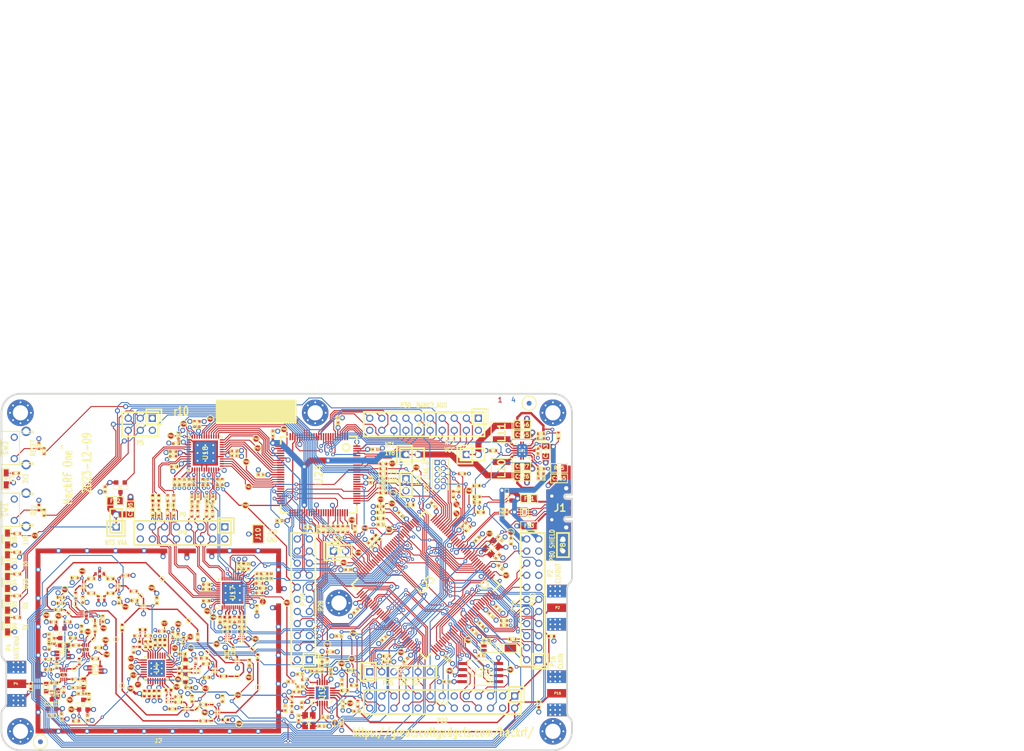
<source format=kicad_pcb>
(kicad_pcb (version 20211014) (generator pcbnew)

  (general
    (thickness 1.6116)
  )

  (paper "USLegal")
  (title_block
    (title "${TITLE}")
    (date "${DATE}")
    (rev "${VERSION}")
    (company "${COPYRIGHT}")
    (comment 1 "${LICENSE}")
  )

  (layers
    (0 "F.Cu" signal "C1F")
    (1 "In1.Cu" signal "C2")
    (2 "In2.Cu" signal "C3")
    (31 "B.Cu" signal "C4B")
    (32 "B.Adhes" user "B.Adhesive")
    (33 "F.Adhes" user "F.Adhesive")
    (34 "B.Paste" user)
    (35 "F.Paste" user)
    (36 "B.SilkS" user "B.Silkscreen")
    (37 "F.SilkS" user "F.Silkscreen")
    (38 "B.Mask" user)
    (39 "F.Mask" user)
    (41 "Cmts.User" user "User.Comments")
    (44 "Edge.Cuts" user)
    (45 "Margin" user)
    (46 "B.CrtYd" user "B.Courtyard")
    (47 "F.CrtYd" user "F.Courtyard")
    (49 "F.Fab" user)
  )

  (setup
    (stackup
      (layer "F.SilkS" (type "Top Silk Screen") (color "White"))
      (layer "F.Paste" (type "Top Solder Paste"))
      (layer "F.Mask" (type "Top Solder Mask") (color "Green") (thickness 0.0127) (material "LPI") (epsilon_r 3.8) (loss_tangent 0))
      (layer "F.Cu" (type "copper") (thickness 0.035))
      (layer "dielectric 1" (type "prepreg") (thickness 0.2104) (material "7628") (epsilon_r 4.6) (loss_tangent 0))
      (layer "In1.Cu" (type "copper") (thickness 0.0152))
      (layer "dielectric 2" (type "core") (thickness 1.065) (material "7628") (epsilon_r 4.6) (loss_tangent 0))
      (layer "In2.Cu" (type "copper") (thickness 0.0152))
      (layer "dielectric 3" (type "prepreg") (thickness 0.2104) (material "7628") (epsilon_r 4.6) (loss_tangent 0))
      (layer "B.Cu" (type "copper") (thickness 0.035))
      (layer "B.Mask" (type "Bottom Solder Mask") (color "Green") (thickness 0.0127) (material "LPI") (epsilon_r 3.8) (loss_tangent 0))
      (layer "B.Paste" (type "Bottom Solder Paste"))
      (layer "B.SilkS" (type "Bottom Silk Screen") (color "White"))
      (copper_finish "ENIG")
      (dielectric_constraints yes)
    )
    (pad_to_mask_clearance 0.05)
    (pad_to_paste_clearance_ratio -0.12)
    (pcbplotparams
      (layerselection 0x00010e8_ffffffff)
      (disableapertmacros false)
      (usegerberextensions true)
      (usegerberattributes false)
      (usegerberadvancedattributes true)
      (creategerberjobfile false)
      (svguseinch false)
      (svgprecision 6)
      (excludeedgelayer true)
      (plotframeref false)
      (viasonmask false)
      (mode 1)
      (useauxorigin false)
      (hpglpennumber 1)
      (hpglpenspeed 20)
      (hpglpendiameter 15.000000)
      (dxfpolygonmode true)
      (dxfimperialunits true)
      (dxfusepcbnewfont true)
      (psnegative false)
      (psa4output false)
      (plotreference false)
      (plotvalue false)
      (plotinvisibletext false)
      (sketchpadsonfab false)
      (subtractmaskfromsilk false)
      (outputformat 1)
      (mirror false)
      (drillshape 0)
      (scaleselection 1)
      (outputdirectory "gerbers")
    )
  )

  (property "COPYRIGHT" "Copyright 2012-2023 Great Scott Gadgets")
  (property "DATE" "2023-12-09")
  (property "LICENSE" "Licensed under the CERN-OHL-P v2")
  (property "TITLE" "HackRF One")
  (property "VERSION" "10")

  (net 0 "")
  (net 1 "!MIX_BYPASS")
  (net 2 "!RX_AMP_PWR")
  (net 3 "!TX_AMP_PWR")
  (net 4 "!VAA_ENABLE")
  (net 5 "/baseband/CLK0")
  (net 6 "/baseband/CLK1")
  (net 7 "/baseband/CLK2")
  (net 8 "/baseband/CLK3")
  (net 9 "/baseband/CLK5")
  (net 10 "/baseband/COM")
  (net 11 "/baseband/CPOUT+")
  (net 12 "/baseband/CPOUT-")
  (net 13 "/baseband/IA+")
  (net 14 "/baseband/IA-")
  (net 15 "/baseband/ID+")
  (net 16 "/baseband/ID-")
  (net 17 "/baseband/INTR")
  (net 18 "/baseband/OEB")
  (net 19 "/baseband/QA+")
  (net 20 "/baseband/QA-")
  (net 21 "/baseband/QD+")
  (net 22 "/baseband/QD-")
  (net 23 "/baseband/REFN")
  (net 24 "/baseband/REFP")
  (net 25 "/baseband/RXBBI+")
  (net 26 "/baseband/RXBBI-")
  (net 27 "/baseband/RXBBQ+")
  (net 28 "/baseband/RXBBQ-")
  (net 29 "/baseband/TXBBI+")
  (net 30 "/baseband/TXBBI-")
  (net 31 "/baseband/TXBBQ+")
  (net 32 "/baseband/TXBBQ-")
  (net 33 "/baseband/XA")
  (net 34 "/baseband/XB")
  (net 35 "/baseband/XCVR_CLKOUT")
  (net 36 "/baseband/XTAL2")
  (net 37 "/frontend/!ANT_BIAS")
  (net 38 "/frontend/REF_IN")
  (net 39 "/frontend/RX_AMP_OUT")
  (net 40 "/frontend/TX_AMP_IN")
  (net 41 "/frontend/TX_AMP_OUT")
  (net 42 "/mcu/usb/power/ADC0_0")
  (net 43 "/mcu/usb/power/ADC0_2")
  (net 44 "/mcu/usb/power/ADC0_5")
  (net 45 "/mcu/usb/power/ADC0_6")
  (net 46 "/mcu/usb/power/B1AUX13")
  (net 47 "/mcu/usb/power/B1AUX14")
  (net 48 "/mcu/usb/power/B2AUX1")
  (net 49 "/mcu/usb/power/B2AUX10")
  (net 50 "/mcu/usb/power/B2AUX11")
  (net 51 "/mcu/usb/power/B2AUX12")
  (net 52 "/mcu/usb/power/B2AUX13")
  (net 53 "/mcu/usb/power/B2AUX14")
  (net 54 "/mcu/usb/power/B2AUX15")
  (net 55 "/mcu/usb/power/B2AUX16")
  (net 56 "/mcu/usb/power/B2AUX2")
  (net 57 "/mcu/usb/power/B2AUX3")
  (net 58 "/mcu/usb/power/B2AUX4")
  (net 59 "/mcu/usb/power/B2AUX5")
  (net 60 "/mcu/usb/power/B2AUX6")
  (net 61 "/mcu/usb/power/B2AUX7")
  (net 62 "/mcu/usb/power/B2AUX8")
  (net 63 "/mcu/usb/power/B2AUX9")
  (net 64 "/mcu/usb/power/BANK2F3M1")
  (net 65 "/mcu/usb/power/BANK2F3M10")
  (net 66 "/mcu/usb/power/BANK2F3M11")
  (net 67 "/mcu/usb/power/BANK2F3M12")
  (net 68 "/mcu/usb/power/BANK2F3M14")
  (net 69 "/mcu/usb/power/BANK2F3M15")
  (net 70 "/mcu/usb/power/BANK2F3M16")
  (net 71 "/mcu/usb/power/BANK2F3M2")
  (net 72 "/mcu/usb/power/BANK2F3M3")
  (net 73 "/mcu/usb/power/BANK2F3M4")
  (net 74 "/mcu/usb/power/BANK2F3M5")
  (net 75 "/mcu/usb/power/BANK2F3M6")
  (net 76 "/mcu/usb/power/BANK2F3M7")
  (net 77 "/mcu/usb/power/BANK2F3M8")
  (net 78 "/mcu/usb/power/BANK2F3M9")
  (net 79 "/mcu/usb/power/CPLD_TCK")
  (net 80 "/mcu/usb/power/CPLD_TDI")
  (net 81 "/mcu/usb/power/CPLD_TDO")
  (net 82 "/mcu/usb/power/CPLD_TMS")
  (net 83 "/mcu/usb/power/DBGEN")
  (net 84 "/mcu/usb/power/DM")
  (net 85 "/mcu/usb/power/DP")
  (net 86 "/mcu/usb/power/EN1V8")
  (net 87 "/mcu/usb/power/GCK0")
  (net 88 "/mcu/usb/power/GPIO3_10")
  (net 89 "/mcu/usb/power/GPIO3_11")
  (net 90 "/mcu/usb/power/GPIO3_12")
  (net 91 "/mcu/usb/power/GPIO3_13")
  (net 92 "/mcu/usb/power/GPIO3_14")
  (net 93 "/mcu/usb/power/GPIO3_15")
  (net 94 "/mcu/usb/power/GPIO3_8")
  (net 95 "/mcu/usb/power/GPIO3_9")
  (net 96 "/mcu/usb/power/GP_CLKIN")
  (net 97 "/mcu/usb/power/I2C1_SCL")
  (net 98 "/mcu/usb/power/I2C1_SDA")
  (net 99 "/mcu/usb/power/I2S0_RX_MCLK")
  (net 100 "/mcu/usb/power/I2S0_RX_SCK")
  (net 101 "/mcu/usb/power/I2S0_RX_SDA")
  (net 102 "/mcu/usb/power/I2S0_RX_WS")
  (net 103 "/mcu/usb/power/I2S0_TX_MCLK")
  (net 104 "/mcu/usb/power/I2S0_TX_SCK")
  (net 105 "/mcu/usb/power/ISP")
  (net 106 "/mcu/usb/power/LED1")
  (net 107 "/mcu/usb/power/LED2")
  (net 108 "/mcu/usb/power/LED3")
  (net 109 "/mcu/usb/power/P1_1")
  (net 110 "/mcu/usb/power/P1_2")
  (net 111 "/mcu/usb/power/P2_13")
  (net 112 "/mcu/usb/power/P2_8")
  (net 113 "/mcu/usb/power/P2_9")
  (net 114 "/mcu/usb/power/REG_OUT1")
  (net 115 "/mcu/usb/power/REG_OUT2")
  (net 116 "/mcu/usb/power/RESET")
  (net 117 "/mcu/usb/power/RREF")
  (net 118 "/mcu/usb/power/RTCX1")
  (net 119 "/mcu/usb/power/RTCX2")
  (net 120 "/mcu/usb/power/RTC_ALARM")
  (net 121 "/mcu/usb/power/SD_CD")
  (net 122 "/mcu/usb/power/SD_CLK")
  (net 123 "/mcu/usb/power/SD_CMD")
  (net 124 "/mcu/usb/power/SD_DAT0")
  (net 125 "/mcu/usb/power/SD_DAT1")
  (net 126 "/mcu/usb/power/SD_DAT2")
  (net 127 "/mcu/usb/power/SD_DAT3")
  (net 128 "/mcu/usb/power/SD_POW")
  (net 129 "/mcu/usb/power/SD_VOLT0")
  (net 130 "/mcu/usb/power/SGPIO0")
  (net 131 "/mcu/usb/power/SGPIO1")
  (net 132 "/mcu/usb/power/SGPIO10")
  (net 133 "/mcu/usb/power/SGPIO11")
  (net 134 "/mcu/usb/power/SGPIO12")
  (net 135 "/mcu/usb/power/SGPIO13")
  (net 136 "/mcu/usb/power/SGPIO14")
  (net 137 "/mcu/usb/power/SGPIO15")
  (net 138 "/mcu/usb/power/SGPIO2")
  (net 139 "/mcu/usb/power/SGPIO3")
  (net 140 "/mcu/usb/power/SGPIO4")
  (net 141 "/mcu/usb/power/SGPIO5")
  (net 142 "/mcu/usb/power/SGPIO6")
  (net 143 "/mcu/usb/power/SGPIO7")
  (net 144 "/mcu/usb/power/SGPIO9")
  (net 145 "/mcu/usb/power/SPIFI_CS")
  (net 146 "/mcu/usb/power/SPIFI_CIPO")
  (net 147 "/mcu/usb/power/SPIFI_COPI")
  (net 148 "/mcu/usb/power/SPIFI_SCK")
  (net 149 "/mcu/usb/power/SPIFI_SIO2")
  (net 150 "/mcu/usb/power/SPIFI_SIO3")
  (net 151 "/mcu/usb/power/TCK")
  (net 152 "/mcu/usb/power/TDI")
  (net 153 "/mcu/usb/power/TDO")
  (net 154 "/mcu/usb/power/TMS")
  (net 155 "/mcu/usb/power/U0_RXD")
  (net 156 "/mcu/usb/power/U0_TXD")
  (net 157 "/mcu/usb/power/USB_SHIELD")
  (net 158 "/mcu/usb/power/VBAT")
  (net 159 "/mcu/usb/power/VBUS")
  (net 160 "/mcu/usb/power/VBUSCTRL")
  (net 161 "/mcu/usb/power/VIN")
  (net 162 "/mcu/usb/power/VREGMODE")
  (net 163 "/mcu/usb/power/WAKEUP")
  (net 164 "/mcu/usb/power/XTAL1")
  (net 165 "/mcu/usb/power/XTAL2")
  (net 166 "AMP_BYPASS")
  (net 167 "CLK6")
  (net 168 "CLKIN")
  (net 169 "CLKOUT")
  (net 170 "CS_AD")
  (net 171 "CS_XCVR")
  (net 172 "DA0")
  (net 173 "DA1")
  (net 174 "DA2")
  (net 175 "DA3")
  (net 176 "DA4")
  (net 177 "DA5")
  (net 178 "DA6")
  (net 179 "DA7")
  (net 180 "DD0")
  (net 181 "DD1")
  (net 182 "DD2")
  (net 183 "DD3")
  (net 184 "DD4")
  (net 185 "DD5")
  (net 186 "DD6")
  (net 187 "DD7")
  (net 188 "DD8")
  (net 189 "DD9")
  (net 190 "GCK1")
  (net 191 "GCK2")
  (net 192 "GND")
  (net 193 "HP")
  (net 194 "LP")
  (net 195 "MCU_CLK")
  (net 196 "MIXER_ENX")
  (net 197 "MIXER_RESETX")
  (net 198 "MIXER_SCLK")
  (net 199 "MIXER_SDATA")
  (net 200 "MIX_BYPASS")
  (net 201 "MIX_CLK")
  (net 202 "RSSI")
  (net 203 "RX")
  (net 204 "RXENABLE")
  (net 205 "RX_AMP")
  (net 206 "RX_IF")
  (net 207 "RX_MIX_BP")
  (net 208 "SCL")
  (net 209 "SDA")
  (net 210 "SGPIO_CLK")
  (net 211 "SSP1_CIPO")
  (net 212 "SSP1_COPI")
  (net 213 "SSP1_SCK")
  (net 214 "TXENABLE")
  (net 215 "TX_AMP")
  (net 216 "TX_IF")
  (net 217 "TX_MIX_BP")
  (net 218 "VAA")
  (net 219 "VCC")
  (net 220 "XCVR_EN")
  (net 221 "Net-(C8-Pad2)")
  (net 222 "Net-(C9-Pad2)")
  (net 223 "Net-(C9-Pad1)")
  (net 224 "Net-(C12-Pad1)")
  (net 225 "Net-(C13-Pad1)")
  (net 226 "Net-(C14-Pad2)")
  (net 227 "Net-(C14-Pad1)")
  (net 228 "Net-(C15-Pad2)")
  (net 229 "Net-(C17-Pad2)")
  (net 230 "Net-(C17-Pad1)")
  (net 231 "Net-(C18-Pad2)")
  (net 232 "Net-(C18-Pad1)")
  (net 233 "Net-(C20-Pad2)")
  (net 234 "Net-(C20-Pad1)")
  (net 235 "Net-(C21-Pad2)")
  (net 236 "Net-(C21-Pad1)")
  (net 237 "Net-(C23-Pad2)")
  (net 238 "Net-(C23-Pad1)")
  (net 239 "Net-(C25-Pad1)")
  (net 240 "Net-(C26-Pad2)")
  (net 241 "Net-(C26-Pad1)")
  (net 242 "Net-(C27-Pad2)")
  (net 243 "Net-(C27-Pad1)")
  (net 244 "Net-(C28-Pad2)")
  (net 245 "Net-(C28-Pad1)")
  (net 246 "Net-(C31-Pad2)")
  (net 247 "Net-(C31-Pad1)")
  (net 248 "Net-(C32-Pad2)")
  (net 249 "Net-(C32-Pad1)")
  (net 250 "Net-(C43-Pad2)")
  (net 251 "Net-(C43-Pad1)")
  (net 252 "Net-(C44-Pad2)")
  (net 253 "Net-(C44-Pad1)")
  (net 254 "Net-(C46-Pad2)")
  (net 255 "Net-(C46-Pad1)")
  (net 256 "Net-(C48-Pad1)")
  (net 257 "Net-(C49-Pad2)")
  (net 258 "Net-(C50-Pad1)")
  (net 259 "Net-(C51-Pad2)")
  (net 260 "Net-(C51-Pad1)")
  (net 261 "Net-(C163-Pad2)")
  (net 262 "Net-(C58-Pad2)")
  (net 263 "Net-(C59-Pad2)")
  (net 264 "Net-(C61-Pad2)")
  (net 265 "Net-(C61-Pad1)")
  (net 266 "Net-(C62-Pad2)")
  (net 267 "Net-(C64-Pad2)")
  (net 268 "Net-(C64-Pad1)")
  (net 269 "Net-(C99-Pad2)")
  (net 270 "Net-(C99-Pad1)")
  (net 271 "Net-(C102-Pad2)")
  (net 272 "Net-(C102-Pad1)")
  (net 273 "Net-(C104-Pad2)")
  (net 274 "Net-(C104-Pad1)")
  (net 275 "Net-(C105-Pad1)")
  (net 276 "Net-(C106-Pad1)")
  (net 277 "Net-(C111-Pad2)")
  (net 278 "Net-(C111-Pad1)")
  (net 279 "Net-(C114-Pad2)")
  (net 280 "Net-(C114-Pad1)")
  (net 281 "Net-(C125-Pad2)")
  (net 282 "Net-(C160-Pad1)")
  (net 283 "Net-(D2-Pad2)")
  (net 284 "Net-(D4-Pad2)")
  (net 285 "Net-(D5-Pad2)")
  (net 286 "Net-(D6-Pad2)")
  (net 287 "Net-(D7-Pad2)")
  (net 288 "Net-(D8-Pad2)")
  (net 289 "Net-(FB1-Pad1)")
  (net 290 "Net-(FB2-Pad1)")
  (net 291 "Net-(FB3-Pad1)")
  (net 292 "Net-(J1-Pad4)")
  (net 293 "Net-(J1-Pad3)")
  (net 294 "Net-(J1-Pad2)")
  (net 295 "Net-(L1-Pad2)")
  (net 296 "Net-(L1-Pad1)")
  (net 297 "Net-(L2-Pad1)")
  (net 298 "Net-(L3-Pad1)")
  (net 299 "Net-(L10-Pad1)")
  (net 300 "Net-(L11-Pad2)")
  (net 301 "Net-(D10-Pad1)")
  (net 302 "Net-(P6-Pad1)")
  (net 303 "Net-(P7-Pad1)")
  (net 304 "Net-(P17-Pad1)")
  (net 305 "Net-(P19-Pad1)")
  (net 306 "Net-(P24-Pad1)")
  (net 307 "Net-(R4-Pad2)")
  (net 308 "Net-(R30-Pad2)")
  (net 309 "Net-(R19-Pad2)")
  (net 310 "Net-(R51-Pad1)")
  (net 311 "Net-(R52-Pad2)")
  (net 312 "Net-(R55-Pad2)")
  (net 313 "Net-(R62-Pad1)")
  (net 314 "/frontend/RX_AMP_IN")
  (net 315 "+1V8")
  (net 316 "unconnected-(P25-Pad3)")
  (net 317 "unconnected-(P26-Pad7)")
  (net 318 "unconnected-(U4-Pad1)")
  (net 319 "unconnected-(U4-Pad2)")
  (net 320 "unconnected-(U4-Pad3)")
  (net 321 "unconnected-(U4-Pad11)")
  (net 322 "unconnected-(U4-Pad13)")
  (net 323 "unconnected-(U4-Pad14)")
  (net 324 "unconnected-(U4-Pad17)")
  (net 325 "unconnected-(U4-Pad18)")
  (net 326 "unconnected-(U4-Pad20)")
  (net 327 "unconnected-(U4-Pad21)")
  (net 328 "unconnected-(U9-Pad2)")
  (net 329 "unconnected-(U12-Pad2)")
  (net 330 "unconnected-(U14-Pad2)")
  (net 331 "unconnected-(U15-Pad4)")
  (net 332 "unconnected-(U15-Pad6)")
  (net 333 "unconnected-(U17-Pad3)")
  (net 334 "unconnected-(U17-Pad6)")
  (net 335 "unconnected-(U17-Pad8)")
  (net 336 "unconnected-(U17-Pad9)")
  (net 337 "unconnected-(U17-Pad12)")
  (net 338 "unconnected-(U17-Pad14)")
  (net 339 "unconnected-(U17-Pad18)")
  (net 340 "unconnected-(U17-Pad33)")
  (net 341 "unconnected-(U17-Pad34)")
  (net 342 "unconnected-(U17-Pad40)")
  (net 343 "unconnected-(U18-Pad38)")
  (net 344 "unconnected-(U23-Pad85)")
  (net 345 "unconnected-(U23-Pad89)")
  (net 346 "unconnected-(U23-Pad90)")
  (net 347 "unconnected-(U24-Pad14)")
  (net 348 "unconnected-(U24-Pad15)")
  (net 349 "unconnected-(U24-Pad16)")
  (net 350 "unconnected-(U24-Pad20)")
  (net 351 "unconnected-(U24-Pad25)")
  (net 352 "unconnected-(U24-Pad44)")
  (net 353 "unconnected-(U24-Pad46)")
  (net 354 "unconnected-(U24-Pad49)")
  (net 355 "unconnected-(U24-Pad50)")
  (net 356 "unconnected-(U24-Pad52)")
  (net 357 "unconnected-(U24-Pad53)")
  (net 358 "unconnected-(U24-Pad54)")
  (net 359 "unconnected-(U24-Pad58)")
  (net 360 "unconnected-(U24-Pad59)")
  (net 361 "unconnected-(U24-Pad60)")
  (net 362 "unconnected-(U24-Pad63)")
  (net 363 "unconnected-(U24-Pad65)")
  (net 364 "unconnected-(U24-Pad66)")
  (net 365 "unconnected-(U24-Pad68)")
  (net 366 "unconnected-(U24-Pad73)")
  (net 367 "unconnected-(U24-Pad75)")
  (net 368 "unconnected-(U24-Pad80)")
  (net 369 "unconnected-(U24-Pad82)")
  (net 370 "unconnected-(U24-Pad85)")
  (net 371 "unconnected-(U24-Pad86)")
  (net 372 "unconnected-(U24-Pad87)")
  (net 373 "unconnected-(U24-Pad93)")
  (net 374 "unconnected-(U24-Pad95)")
  (net 375 "unconnected-(U24-Pad96)")
  (net 376 "Net-(D10-Pad2)")
  (net 377 "Net-(Q1-Pad3)")
  (net 378 "Net-(Q2-Pad3)")
  (net 379 "/mcu/usb/power/ADC0_3")

  (footprint "gsg-modules:LTST-S220" (layer "F.Cu") (at 61.27 148.838 -90))

  (footprint "gsg-modules:LTST-S220" (layer "F.Cu") (at 61.27 139.694 -90))

  (footprint "gsg-modules:LTST-S220" (layer "F.Cu") (at 61.27 130.55 -90))

  (footprint "gsg-modules:LTST-S220" (layer "F.Cu") (at 61.27 144.266 -90))

  (footprint "gsg-modules:LTST-S220" (layer "F.Cu") (at 61.27 135.122 -90))

  (footprint "GSG-TESTPOINT-30MIL-MASKONLY" (layer "F.Cu") (at 89.31402 142.49908))

  (footprint "GSG-TESTPOINT-30MIL-MASKONLY" (layer "F.Cu") (at 84.1046 151.6574))

  (footprint "GSG-TESTPOINT-30MIL-MASKONLY" (layer "F.Cu") (at 75.57516 144.21358))

  (footprint "GSG-TESTPOINT-30MIL-MASKONLY" (layer "F.Cu") (at 74.0537 146.1516))

  (footprint "GSG-TESTPOINT-30MIL-MASKONLY" (layer "F.Cu") (at 93.782 138.932))

  (footprint "GSG-TESTPOINT-30MIL-MASKONLY" (layer "F.Cu") (at 85.4 161.3602))

  (footprint "GSG-TESTPOINT-30MIL-MASKONLY" (layer "F.Cu") (at 75.33894 157.8483))

  (footprint "GSG-TESTPOINT-30MIL-MASKONLY" (layer "F.Cu") (at 79.28 151.506))

  (footprint "GSG-TESTPOINT-30MIL-MASKONLY" (layer "F.Cu") (at 113.919 161.74974))

  (footprint "GSG-TESTPOINT-30MIL-MASKONLY" (layer "F.Cu") (at 104.11206 168.79824))

  (footprint "GSG-TESTPOINT-30MIL-MASKONLY" (layer "F.Cu") (at 104.25176 165.37432))

  (footprint "GSG-TESTPOINT-30MIL-MASKONLY" (layer "F.Cu") (at 101.0158 166.26332))

  (footprint "GSG-TESTPOINT-30MIL-MASKONLY" (layer "F.Cu") (at 79.6671 147.71116))

  (footprint "GSG-TESTPOINT-30MIL-MASKONLY" (layer "F.Cu") (at 109.47654 159.42564))

  (footprint "GSG-TESTPOINT-30MIL-MASKONLY" (layer "F.Cu") (at 99.36226 147.6883))

  (footprint "GSG-TESTPOINT-30MIL-MASKONLY" (layer "F.Cu") (at 103.23068 154.2796))

  (footprint "GSG-TESTPOINT-30MIL-MASKONLY" (layer "F.Cu") (at 112.71504 153.71064))

  (footprint "gsg-modules:LTST-S220" (layer "F.Cu") (at 61 117.9 -90))

  (footprint "GSG-MARK1MM" (layer "F.Cu") (at 171 102))

  (footprint "hackrf:GSG-0402" (layer "F.Cu") (at 91.0964 163.0468 -90))

  (footprint "hackrf:GSG-0402" (layer "F.Cu") (at 90.0804 163.0468 -90))

  (footprint "hackrf:GSG-0402" (layer "F.Cu") (at 93.1284 163.0468 -90))

  (footprint "hackrf:GSG-0402" (layer "F.Cu") (at 92.1124 163.0468 -90))

  (footprint "hackrf:GSG-0402" (layer "F.Cu") (at 92.341 152.328 90))

  (footprint "hackrf:GSG-0402" (layer "F.Cu") (at 93.357 152.328 90))

  (footprint "hackrf:GSG-0402" (layer "F.Cu") (at 107.084 168.5762 180))

  (footprint "hackrf:GSG-0402" (layer "F.Cu") (at 113.919 155.448 -90))

  (footprint "hackrf:GSG-0402" (layer "F.Cu") (at 85.4 149.1682 90))

  (footprint "hackrf:GSG-0402" (layer "F.Cu") (at 87.9808 143.4816))

  (footprint "hackrf:GSG-0402" (layer "F.Cu") (at 84.7138 143.4622 90))

  (footprint "hackrf:GSG-0402" (layer "F.Cu") (at 87.7944 153.8266 -90))

  (footprint "hackrf:GSG-0402" (layer "F.Cu") (at 88.5564 150.9056 180))

  (footprint "hackrf:GSG-0402" (layer "F.Cu") (at 90.3344 152.6836 90))

  (footprint "hackrf:GSG-0402" (layer "F.Cu") (at 90.8424 150.9056))

  (footprint "hackrf:GSG-0402" (layer "F.Cu") (at 106.4998 164.1566 90))

  (footprint "hackrf:GSG-0402" (layer "F.Cu") (at 82.9358 141.9382))

  (footprint "hackrf:GSG-0402" (layer "F.Cu") (at 78.8718 141.9382))

  (footprint "hackrf:GSG-0402" (layer "F.Cu") (at 77.0938 143.3352 90))

  (footprint "hackrf:GSG-0402" (layer "F.Cu") (at 87.8078 141.5288))

  (footprint "hackrf:GSG-0402" (layer "F.Cu") (at 102.4382 165.3794 180))

  (footprint "hackrf:GSG-0402" (layer "F.Cu") (at 95.9732 166.2726))

  (footprint "hackrf:GSG-0402" (layer "F.Cu") (at 101.2698 151.1808 90))

  (footprint "hackrf:GSG-0402" (layer "F.Cu") (at 92.6798 143.4816 -90))

  (footprint "hackrf:GSG-0402" (layer "F.Cu") (at 97.1924 163.7326))

  (footprint "hackrf:GSG-0402" (layer "F.Cu") (at 78.8718 138.8902 180))

  (footprint "hackrf:GSG-0402" (layer "F.Cu") (at 82.9358 138.8902))

  (footprint "hackrf:GSG-0402" (layer "F.Cu") (at 97.1924 164.8756))

  (footprint "hackrf:GSG-0402" (layer "F.Cu") (at 75.4174 138.7124 180))

  (footprint "hackrf:GSG-0402" (layer "F.Cu") (at 86.1 138.2))

  (footprint "hackrf:GSG-0402" (layer "F.Cu") (at 75.5952 142.4462 90))

  (footprint "hackrf:GSG-0402" (layer "F.Cu") (at 102.4382 168.8084 180))

  (footprint "hackrf:GSG-0402" (layer "F.Cu") (at 100.1134 164.139 90))

  (footprint "hackrf:GSG-0402" (layer "F.Cu") (at 98.31 151.9216 90))

  (footprint "hackrf:GSG-0402" (layer "F.Cu") (at 97.167 151.1596 90))

  (footprint "hackrf:GSG-0402" (layer "F.Cu") (at 96.024 150.7786 90))

  (footprint "hackrf:GSG-0402" (layer "F.Cu") (at 93.738 149.915 180))

  (footprint "hackrf:GSG-0402" (layer "F.Cu") (at 72.4456 142.8272))

  (footprint "hackrf:GSG-0402" (layer "F.Cu") (at 81.3054 147.3454 90))

  (footprint "hackrf:GSG-0402" (layer "F.Cu") (at 72.4456 144.0718))

  (footprint "hackrf:GSG-0402" (layer "F.Cu") (at 99.326 161.8276))

  (footprint "hackrf:GSG-0402" (layer "F.Cu") (at 98.056 154.7156 180))

  (footprint "hackrf:GSG-0402" (layer "F.Cu") (at 72.009 145.415 180))

  (footprint "hackrf:GSG-0402" (layer "F.Cu") (at 79.6798 149.4282 90))

  (footprint "hackrf:GSG-0402" (layer "F.Cu") (at 102.5906 155.6512))

  (footprint "hackrf:GSG-0402" (layer "F.Cu") (at 103.0478 156.7942 180))

  (footprint "hackrf:GSG-0402" (layer "F.Cu") (at 112.1664 156.5656 90))

  (footprint "hackrf:GSG-0402" (layer "F.Cu") (at 108.7374 154.0002 90))

  (footprint "hackrf:GSG-0402" (layer "F.Cu") (at 100.85 156.2396 -90))

  (footprint "hackrf:GSG-0402" (layer "F.Cu") (at 75.678 152.92))

  (footprint "hackrf:GSG-0402" (layer "F.Cu") (at 106.7414 159.434 180))

  (footprint "hackrf:GSG-0402" (layer "F.Cu") (at 70 153.2 -90))

  (footprint "hackrf:GSG-0402" (layer "F.Cu") (at 70.9474 147.9998 180))

  (footprint "hackrf:GSG-0402" (layer "F.Cu") (at 103.124 159.6644 180))

  (footprint "hackrf:GSG-0402" (layer "F.Cu") (at 80.377 153.428))

  (footprint "hackrf:GSG-0402" (layer "F.Cu") (at 107.3912 154.8638 90))

  (footprint "hackrf:GSG-0402" (layer "F.Cu") (at 76.835 149.4282 90))

  (footprint "hackrf:GSG-0402" (layer "F.Cu") (at 71.614 157.111 90))

  (footprint "hackrf:GSG-0402" (layer "F.Cu") (at 79.742 155.714))

  (footprint "hackrf:GSG-0402" (layer "F.Cu") (at 75.043 151.396))

  (footprint "hackrf:GSG-0402" (layer "F.Cu") (at 76.3638 156.3236 90))

  (footprint "hackrf:GSG-0402" (layer "F.Cu") (at 75.551 160.032))

  (footprint "hackrf:GSG-0402" (layer "F.Cu") (at 73.0872 162.2418 -90))

  (footprint "hackrf:GSG-0402" (layer "F.Cu") (at 71.13 160.81 180))

  (footprint "hackrf:GSG-0402" (layer "F.Cu") (at 69.836 158))

  (footprint "hackrf:GSG-0402" (layer "F.Cu") (at 69.836 155.841))

  (footprint "hackrf:GSG-0402" (layer "F.Cu") (at 121.0802 164.2964 -90))

  (footprint "hackrf:GSG-0402" (layer "F.Cu") (at 127.4624 155.7214 90))

  (footprint "hackrf:GSG-0402" (layer "F.Cu") (at 129.088 154.2736))

  (footprint "hackrf:GSG-0402" (layer "F.Cu") (at 121.0802 166.3284 -90))

  (footprint "hackrf:GSG-0402" (layer "F.Cu") (at 100.4824 118.5578 -90))

  (footprint "hackrf:GSG-0402" (layer "F.Cu") (at 99.4664 118.5578 -90))

  (footprint "hackrf:GSG-0402" (layer "F.Cu") (at 103.4034 118.5578 -90))

  (footprint "hackrf:GSG-0402" (layer "F.Cu") (at 102.3874 118.5578 -90))

  (footprint "hackrf:GSG-0402" (layer "F.Cu") (at 105.4354 118.5578 -90))

  (footprint "hackrf:GSG-0402" (layer "F.Cu") (at 106.4514 118.5578 -90))

  (footprint "hackrf:GSG-0402" (layer "F.Cu") (at 101.6254 106.3658 90))

  (footprint "hackrf:GSG-0402" (layer "F.Cu") (at 100.6094 106.3658 90))

  (footprint "hackrf:GSG-0402" (layer "F.Cu") (at 96.7359 110.4933 180))

  (footprint "hackrf:GSG-0402" (layer "F.Cu") (at 97.2439 108.8423 90))

  (footprint "hackrf:GSG-0402" (layer "F.Cu") (at 96.1009 113.1603 180))

  (footprint "hackrf:GSG-0402" (layer "F.Cu") (at 96.1009 112.1443 180))

  (footprint "hackrf:GSG-0402" (layer "F.Cu")
    (tedit 4FB6CFE4) (tstamp 00000000-0000-0000-0000-00005787e295)
    (at 96.3549 115.3193 180)
    (property "Description" "CAP CER 0.1UF 25V X5R 0402")
    (property "Manufacturer" "Samsung")
 
... [4412065 chars truncated]
</source>
